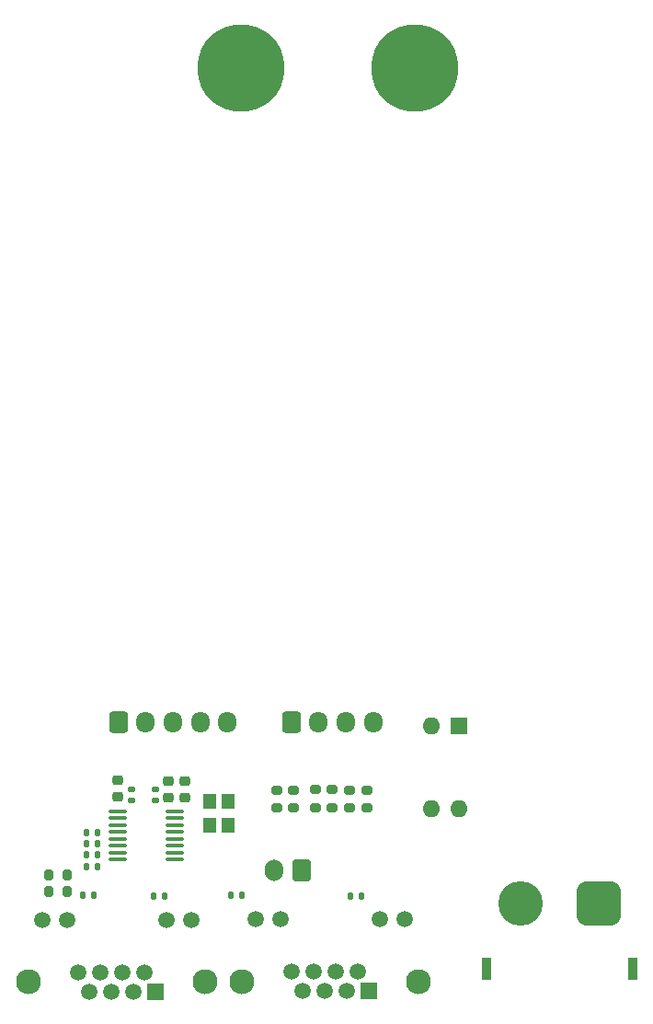
<source format=gbr>
%TF.GenerationSoftware,KiCad,Pcbnew,9.0.3-9.0.3-0~ubuntu24.04.1*%
%TF.CreationDate,2025-09-09T21:38:25+02:00*%
%TF.ProjectId,vesc_mms_board,76657363-5f6d-46d7-935f-626f6172642e,rev?*%
%TF.SameCoordinates,Original*%
%TF.FileFunction,Soldermask,Top*%
%TF.FilePolarity,Negative*%
%FSLAX46Y46*%
G04 Gerber Fmt 4.6, Leading zero omitted, Abs format (unit mm)*
G04 Created by KiCad (PCBNEW 9.0.3-9.0.3-0~ubuntu24.04.1) date 2025-09-09 21:38:25*
%MOMM*%
%LPD*%
G01*
G04 APERTURE LIST*
G04 Aperture macros list*
%AMRoundRect*
0 Rectangle with rounded corners*
0 $1 Rounding radius*
0 $2 $3 $4 $5 $6 $7 $8 $9 X,Y pos of 4 corners*
0 Add a 4 corners polygon primitive as box body*
4,1,4,$2,$3,$4,$5,$6,$7,$8,$9,$2,$3,0*
0 Add four circle primitives for the rounded corners*
1,1,$1+$1,$2,$3*
1,1,$1+$1,$4,$5*
1,1,$1+$1,$6,$7*
1,1,$1+$1,$8,$9*
0 Add four rect primitives between the rounded corners*
20,1,$1+$1,$2,$3,$4,$5,0*
20,1,$1+$1,$4,$5,$6,$7,0*
20,1,$1+$1,$6,$7,$8,$9,0*
20,1,$1+$1,$8,$9,$2,$3,0*%
G04 Aperture macros list end*
%ADD10RoundRect,0.100000X-0.712500X-0.100000X0.712500X-0.100000X0.712500X0.100000X-0.712500X0.100000X0*%
%ADD11RoundRect,0.250000X-0.600000X-0.725000X0.600000X-0.725000X0.600000X0.725000X-0.600000X0.725000X0*%
%ADD12O,1.700000X1.950000*%
%ADD13RoundRect,0.225000X-0.250000X0.225000X-0.250000X-0.225000X0.250000X-0.225000X0.250000X0.225000X0*%
%ADD14R,1.600000X1.600000*%
%ADD15O,1.600000X1.600000*%
%ADD16RoundRect,0.135000X0.135000X0.185000X-0.135000X0.185000X-0.135000X-0.185000X0.135000X-0.185000X0*%
%ADD17RoundRect,0.200000X-0.275000X0.200000X-0.275000X-0.200000X0.275000X-0.200000X0.275000X0.200000X0*%
%ADD18RoundRect,0.200000X0.275000X-0.200000X0.275000X0.200000X-0.275000X0.200000X-0.275000X-0.200000X0*%
%ADD19RoundRect,0.135000X-0.135000X-0.185000X0.135000X-0.185000X0.135000X0.185000X-0.135000X0.185000X0*%
%ADD20C,0.900000*%
%ADD21C,8.000000*%
%ADD22R,0.900000X2.000000*%
%ADD23RoundRect,1.025000X1.025000X1.025000X-1.025000X1.025000X-1.025000X-1.025000X1.025000X-1.025000X0*%
%ADD24C,4.100000*%
%ADD25R,1.200000X1.400000*%
%ADD26RoundRect,0.140000X-0.170000X0.140000X-0.170000X-0.140000X0.170000X-0.140000X0.170000X0.140000X0*%
%ADD27RoundRect,0.250000X0.600000X0.750000X-0.600000X0.750000X-0.600000X-0.750000X0.600000X-0.750000X0*%
%ADD28O,1.700000X2.000000*%
%ADD29RoundRect,0.200000X-0.200000X-0.275000X0.200000X-0.275000X0.200000X0.275000X-0.200000X0.275000X0*%
%ADD30R,1.500000X1.500000*%
%ADD31C,1.500000*%
%ADD32C,2.300000*%
G04 APERTURE END LIST*
D10*
%TO.C,U1*%
X90622500Y-123400000D03*
X90622500Y-124035000D03*
X90622500Y-124670000D03*
X90622500Y-125305000D03*
X90622500Y-125940000D03*
X90622500Y-126575000D03*
X90622500Y-127210000D03*
X90622500Y-127845000D03*
X95897500Y-127845000D03*
X95897500Y-127210000D03*
X95897500Y-126575000D03*
X95897500Y-125940000D03*
X95897500Y-125305000D03*
X95897500Y-124670000D03*
X95897500Y-124035000D03*
X95897500Y-123400000D03*
%TD*%
D11*
%TO.C,J3*%
X106660000Y-115245000D03*
D12*
X109160000Y-115245000D03*
X111660000Y-115245000D03*
X114160000Y-115245000D03*
%TD*%
D13*
%TO.C,C5*%
X95300000Y-120625000D03*
X95300000Y-122175000D03*
%TD*%
D14*
%TO.C,SW1*%
X122110000Y-115580000D03*
D15*
X119570000Y-115580000D03*
X119570000Y-123200000D03*
X122110000Y-123200000D03*
%TD*%
D16*
%TO.C,R11*%
X88779999Y-127422500D03*
X87760001Y-127422500D03*
%TD*%
D17*
%TO.C,R8*%
X105300000Y-121475000D03*
X105300000Y-123125000D03*
%TD*%
D18*
%TO.C,R2*%
X113600000Y-123125000D03*
X113600000Y-121475000D03*
%TD*%
D19*
%TO.C,R12*%
X87760000Y-128522500D03*
X88780000Y-128522500D03*
%TD*%
D18*
%TO.C,R3*%
X112000000Y-123125000D03*
X112000000Y-121475000D03*
%TD*%
D20*
%TO.C,H9*%
X115000000Y-55000000D03*
X115878680Y-52878680D03*
X115878680Y-57121320D03*
X118000000Y-52000000D03*
D21*
X118000000Y-55000000D03*
D20*
X118000000Y-58000000D03*
X120121320Y-52878680D03*
X120121320Y-57121320D03*
X121000000Y-55000000D03*
%TD*%
D19*
%TO.C,R17*%
X94000000Y-131250000D03*
X95019998Y-131250000D03*
%TD*%
D11*
%TO.C,J4*%
X90740000Y-115240000D03*
D12*
X93240000Y-115240000D03*
X95740000Y-115240000D03*
X98240000Y-115240000D03*
X100740000Y-115240000D03*
%TD*%
D22*
%TO.C,J5*%
X138100000Y-137930001D03*
X124600000Y-137930001D03*
D23*
X134950000Y-131930001D03*
D24*
X127750000Y-131930001D03*
%TD*%
D25*
%TO.C,Y1*%
X100822500Y-124722500D03*
X100822500Y-122522500D03*
X99122500Y-122522500D03*
X99122500Y-124722500D03*
%TD*%
D19*
%TO.C,R9*%
X87760000Y-125422500D03*
X88780000Y-125422500D03*
%TD*%
D17*
%TO.C,R6*%
X106850001Y-121475000D03*
X106850001Y-123125000D03*
%TD*%
D13*
%TO.C,C6*%
X96800000Y-120625000D03*
X96800000Y-122175000D03*
%TD*%
D19*
%TO.C,R1*%
X112040000Y-131230001D03*
X113060000Y-131230001D03*
%TD*%
D13*
%TO.C,C3*%
X90700000Y-120525000D03*
X90700000Y-122075000D03*
%TD*%
D26*
%TO.C,C4*%
X91900000Y-121420000D03*
X91900000Y-122380000D03*
%TD*%
D27*
%TO.C,J6*%
X107570000Y-128840000D03*
D28*
X105070000Y-128840000D03*
%TD*%
D26*
%TO.C,C7*%
X94100000Y-121420000D03*
X94100000Y-122380000D03*
%TD*%
D18*
%TO.C,R7*%
X108870001Y-123095000D03*
X108870001Y-121445000D03*
%TD*%
D16*
%TO.C,R4*%
X88459999Y-131180001D03*
X87440001Y-131180001D03*
%TD*%
D18*
%TO.C,R5*%
X110410000Y-123095000D03*
X110410000Y-121445000D03*
%TD*%
D19*
%TO.C,R10*%
X87750000Y-126422500D03*
X88770000Y-126422500D03*
%TD*%
D29*
%TO.C,R13*%
X84327500Y-130832500D03*
X85977500Y-130832500D03*
%TD*%
D20*
%TO.C,H10*%
X99000000Y-55000000D03*
X99878680Y-52878680D03*
X99878680Y-57121320D03*
X102000000Y-52000000D03*
D21*
X102000000Y-55000000D03*
D20*
X102000000Y-58000000D03*
X104121320Y-52878680D03*
X104121320Y-57121320D03*
X105000000Y-55000000D03*
%TD*%
D19*
%TO.C,R18*%
X101090001Y-131180001D03*
X102109999Y-131180001D03*
%TD*%
D30*
%TO.C,J1*%
X113744000Y-139980001D03*
D31*
X112728000Y-138200000D03*
X111712000Y-139980001D03*
X110696000Y-138200000D03*
X109680000Y-139980001D03*
X108664000Y-138200000D03*
X107648000Y-139980001D03*
X106632001Y-138200001D03*
X117044000Y-133380001D03*
X114754000Y-133380001D03*
X105614000Y-133380001D03*
X103324000Y-133380001D03*
D32*
X118314000Y-139090001D03*
X102054000Y-139090001D03*
%TD*%
D30*
%TO.C,J2*%
X94096000Y-140000000D03*
D31*
X93080000Y-138219999D03*
X92064000Y-140000000D03*
X91048000Y-138219999D03*
X90032000Y-140000000D03*
X89016000Y-138219999D03*
X88000000Y-140000000D03*
X86984001Y-138220000D03*
X97396000Y-133400000D03*
X95106000Y-133400000D03*
X85966000Y-133400000D03*
X83676000Y-133400000D03*
D32*
X98666000Y-139110000D03*
X82406000Y-139110000D03*
%TD*%
D29*
%TO.C,R14*%
X84337500Y-129312500D03*
X85987500Y-129312500D03*
%TD*%
M02*

</source>
